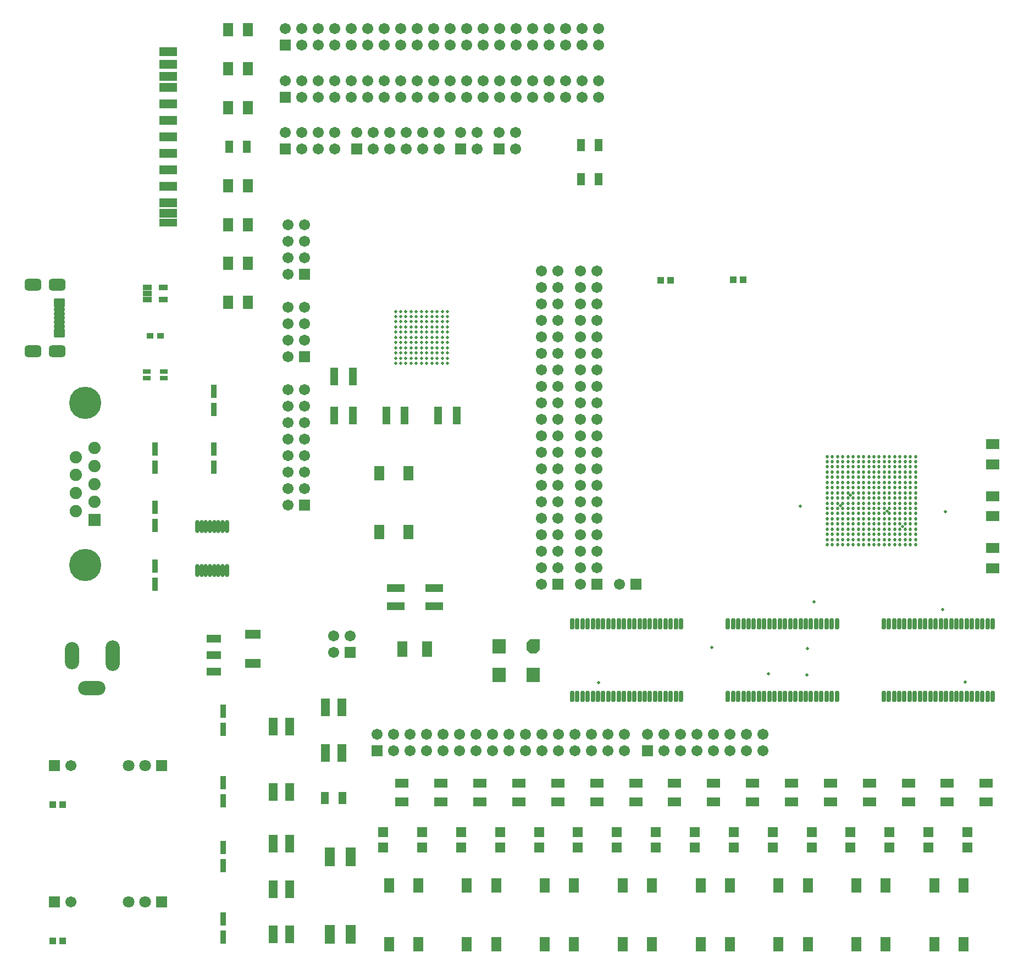
<source format=gts>
%FSLAX44Y44*%
%MOMM*%
G71*
G01*
G75*
G04 Layer_Color=8388736*
%ADD10C,0.3600*%
%ADD11R,1.9000X1.3500*%
%ADD12R,2.0000X1.0000*%
%ADD13R,2.2000X1.2000*%
%ADD14R,1.4000X2.1000*%
%ADD15O,0.5500X1.6000*%
%ADD16R,1.3000X2.2000*%
%ADD17R,1.1000X0.6000*%
%ADD18R,1.1176X0.6096*%
%ADD19R,0.8500X0.7000*%
G04:AMPARAMS|DCode=20|XSize=1.5mm|YSize=1.2mm|CornerRadius=0.12mm|HoleSize=0mm|Usage=FLASHONLY|Rotation=0.000|XOffset=0mm|YOffset=0mm|HoleType=Round|Shape=RoundedRectangle|*
%AMROUNDEDRECTD20*
21,1,1.5000,0.9600,0,0,0.0*
21,1,1.2600,1.2000,0,0,0.0*
1,1,0.2400,0.6300,-0.4800*
1,1,0.2400,-0.6300,-0.4800*
1,1,0.2400,-0.6300,0.4800*
1,1,0.2400,0.6300,0.4800*
%
%ADD20ROUNDEDRECTD20*%
G04:AMPARAMS|DCode=21|XSize=1.5mm|YSize=0.35mm|CornerRadius=0.035mm|HoleSize=0mm|Usage=FLASHONLY|Rotation=0.000|XOffset=0mm|YOffset=0mm|HoleType=Round|Shape=RoundedRectangle|*
%AMROUNDEDRECTD21*
21,1,1.5000,0.2800,0,0,0.0*
21,1,1.4300,0.3500,0,0,0.0*
1,1,0.0700,0.7150,-0.1400*
1,1,0.0700,-0.7150,-0.1400*
1,1,0.0700,-0.7150,0.1400*
1,1,0.0700,0.7150,0.1400*
%
%ADD21ROUNDEDRECTD21*%
%ADD22R,0.7000X1.8000*%
%ADD23R,1.3500X1.9000*%
%ADD24R,0.9500X1.7000*%
%ADD25C,0.3500*%
%ADD26R,0.9500X2.6000*%
%ADD27R,1.2000X2.6000*%
%ADD28R,0.8000X0.8000*%
%ADD29R,1.3500X2.8000*%
%ADD30R,1.8000X1.1500*%
%ADD31O,0.4500X1.8000*%
%ADD32R,1.8000X2.0000*%
G04:AMPARAMS|DCode=33|XSize=1.8mm|YSize=2mm|CornerRadius=0mm|HoleSize=0mm|Usage=FLASHONLY|Rotation=180.000|XOffset=0mm|YOffset=0mm|HoleType=Round|Shape=Octagon|*
%AMOCTAGOND33*
4,1,8,0.4500,-1.0000,-0.4500,-1.0000,-0.9000,-0.5500,-0.9000,0.5500,-0.4500,1.0000,0.4500,1.0000,0.9000,0.5500,0.9000,-0.5500,0.4500,-1.0000,0.0*
%
%ADD33OCTAGOND33*%

%ADD34R,1.0000X1.0000*%
%ADD35R,2.6000X0.9500*%
%ADD36R,1.3000X1.3000*%
%ADD37R,2.5000X1.2600*%
%ADD38R,2.5000X1.0000*%
%ADD39C,0.1000*%
%ADD40C,0.2540*%
%ADD41C,1.5000*%
%ADD42R,1.5000X1.5000*%
%ADD43R,1.5000X1.5000*%
%ADD44C,4.7600*%
%ADD45R,1.6900X1.6900*%
%ADD46C,1.6900*%
G04:AMPARAMS|DCode=47|XSize=2.4mm|YSize=1.6mm|CornerRadius=0.4mm|HoleSize=0mm|Usage=FLASHONLY|Rotation=0.000|XOffset=0mm|YOffset=0mm|HoleType=Round|Shape=RoundedRectangle|*
%AMROUNDEDRECTD47*
21,1,2.4000,0.8000,0,0,0.0*
21,1,1.6000,1.6000,0,0,0.0*
1,1,0.8000,0.8000,-0.4000*
1,1,0.8000,-0.8000,-0.4000*
1,1,0.8000,-0.8000,0.4000*
1,1,0.8000,0.8000,0.4000*
%
%ADD47ROUNDEDRECTD47*%
%ADD48R,1.6000X1.6000*%
%ADD49C,1.6000*%
%ADD50O,2.0000X4.5000*%
%ADD51O,2.0000X4.0000*%
%ADD52O,4.0000X2.0000*%
%ADD53C,1.5000*%
%ADD54C,0.4000*%
%ADD55C,0.6000*%
%ADD56C,1.0160*%
%ADD57C,1.4080*%
%ADD58C,3.7680*%
%ADD59C,1.5980*%
%ADD60C,2.0080*%
%ADD61C,1.5080*%
%ADD62C,1.5080*%
%ADD63C,0.7080*%
%ADD64C,0.2500*%
%ADD65C,0.6000*%
%ADD66C,0.2000*%
%ADD67C,0.0500*%
%ADD68C,0.1500*%
%ADD69R,1.5240X3.8100*%
%ADD70C,0.5200*%
%ADD71R,2.1040X1.5540*%
%ADD72R,2.2040X1.2040*%
%ADD73R,2.4040X1.4040*%
%ADD74R,1.6040X2.3040*%
%ADD75O,0.7540X1.8040*%
%ADD76R,1.5040X2.4040*%
%ADD77R,1.3040X0.8040*%
%ADD78R,1.3216X0.8136*%
%ADD79R,1.0540X0.9040*%
G04:AMPARAMS|DCode=80|XSize=1.704mm|YSize=1.404mm|CornerRadius=0.222mm|HoleSize=0mm|Usage=FLASHONLY|Rotation=0.000|XOffset=0mm|YOffset=0mm|HoleType=Round|Shape=RoundedRectangle|*
%AMROUNDEDRECTD80*
21,1,1.7040,0.9600,0,0,0.0*
21,1,1.2600,1.4040,0,0,0.0*
1,1,0.4440,0.6300,-0.4800*
1,1,0.4440,-0.6300,-0.4800*
1,1,0.4440,-0.6300,0.4800*
1,1,0.4440,0.6300,0.4800*
%
%ADD80ROUNDEDRECTD80*%
G04:AMPARAMS|DCode=81|XSize=1.704mm|YSize=0.554mm|CornerRadius=0.137mm|HoleSize=0mm|Usage=FLASHONLY|Rotation=0.000|XOffset=0mm|YOffset=0mm|HoleType=Round|Shape=RoundedRectangle|*
%AMROUNDEDRECTD81*
21,1,1.7040,0.2800,0,0,0.0*
21,1,1.4300,0.5540,0,0,0.0*
1,1,0.2740,0.7150,-0.1400*
1,1,0.2740,-0.7150,-0.1400*
1,1,0.2740,-0.7150,0.1400*
1,1,0.2740,0.7150,0.1400*
%
%ADD81ROUNDEDRECTD81*%
%ADD82R,0.9040X2.0040*%
%ADD83R,1.5540X2.1040*%
%ADD84R,1.1540X1.9040*%
%ADD85C,0.5100*%
%ADD86R,1.1540X2.8040*%
%ADD87R,1.4040X2.8040*%
%ADD88R,1.0040X1.0040*%
%ADD89R,1.5540X3.0040*%
%ADD90R,2.0040X1.3540*%
%ADD91O,0.6540X2.0040*%
%ADD92R,2.0040X2.2040*%
G04:AMPARAMS|DCode=93|XSize=2.004mm|YSize=2.204mm|CornerRadius=0mm|HoleSize=0mm|Usage=FLASHONLY|Rotation=180.000|XOffset=0mm|YOffset=0mm|HoleType=Round|Shape=Octagon|*
%AMOCTAGOND93*
4,1,8,0.5010,-1.1020,-0.5010,-1.1020,-1.0020,-0.6010,-1.0020,0.6010,-0.5010,1.1020,0.5010,1.1020,1.0020,0.6010,1.0020,-0.6010,0.5010,-1.1020,0.0*
%
%ADD93OCTAGOND93*%

%ADD94R,1.2040X1.2040*%
%ADD95R,2.8040X1.1540*%
%ADD96R,1.5040X1.5040*%
%ADD97R,2.7040X1.4640*%
%ADD98R,2.7040X1.2040*%
%ADD99C,1.7040*%
%ADD100R,1.7040X1.7040*%
%ADD101R,1.7040X1.7040*%
%ADD102C,4.9640*%
%ADD103R,1.8940X1.8940*%
%ADD104C,1.8940*%
G04:AMPARAMS|DCode=105|XSize=2.604mm|YSize=1.804mm|CornerRadius=0.502mm|HoleSize=0mm|Usage=FLASHONLY|Rotation=0.000|XOffset=0mm|YOffset=0mm|HoleType=Round|Shape=RoundedRectangle|*
%AMROUNDEDRECTD105*
21,1,2.6040,0.8000,0,0,0.0*
21,1,1.6000,1.8040,0,0,0.0*
1,1,1.0040,0.8000,-0.4000*
1,1,1.0040,-0.8000,-0.4000*
1,1,1.0040,-0.8000,0.4000*
1,1,1.0040,0.8000,0.4000*
%
%ADD105ROUNDEDRECTD105*%
%ADD106R,1.8040X1.8040*%
%ADD107C,1.8040*%
%ADD108O,2.2040X4.7040*%
%ADD109O,2.2040X4.2040*%
%ADD110O,4.2040X2.2040*%
%ADD111C,1.7040*%
%ADD112C,0.5000*%
D69*
X581880Y1939998D02*
D03*
D70*
X1901000Y1590500D02*
D03*
X1893000D02*
D03*
X1885000D02*
D03*
X1877000D02*
D03*
X1869000D02*
D03*
X1861000D02*
D03*
X1853000D02*
D03*
X1845000D02*
D03*
X1837000D02*
D03*
X1829000D02*
D03*
X1821000D02*
D03*
X1813000D02*
D03*
X1805000D02*
D03*
X1797000D02*
D03*
X1789000D02*
D03*
X1781000D02*
D03*
X1773000D02*
D03*
X1765000D02*
D03*
X1901000Y1598500D02*
D03*
X1893000D02*
D03*
X1885000D02*
D03*
X1877000D02*
D03*
X1869000D02*
D03*
X1861000D02*
D03*
X1853000D02*
D03*
X1845000D02*
D03*
X1837000D02*
D03*
X1829000D02*
D03*
X1821000D02*
D03*
X1813000D02*
D03*
X1805000D02*
D03*
X1797000D02*
D03*
X1789000D02*
D03*
X1781000D02*
D03*
X1773000D02*
D03*
X1765000D02*
D03*
X1901000Y1606500D02*
D03*
X1893000D02*
D03*
X1885000D02*
D03*
X1877000D02*
D03*
X1869000D02*
D03*
X1861000D02*
D03*
X1853000D02*
D03*
X1845000D02*
D03*
X1837000D02*
D03*
X1829000D02*
D03*
X1821000D02*
D03*
X1813000D02*
D03*
X1805000D02*
D03*
X1797000D02*
D03*
X1789000D02*
D03*
X1781000D02*
D03*
X1773000D02*
D03*
X1765000D02*
D03*
X1901000Y1614500D02*
D03*
X1893000D02*
D03*
X1885000D02*
D03*
X1877000D02*
D03*
X1869000D02*
D03*
X1861000D02*
D03*
X1853000D02*
D03*
X1845000D02*
D03*
X1837000D02*
D03*
X1829000D02*
D03*
X1821000D02*
D03*
X1813000D02*
D03*
X1805000D02*
D03*
X1797000D02*
D03*
X1789000D02*
D03*
X1781000D02*
D03*
X1773000D02*
D03*
X1765000D02*
D03*
X1901000Y1622500D02*
D03*
X1893000D02*
D03*
X1885000D02*
D03*
X1877000D02*
D03*
X1869000D02*
D03*
X1861000D02*
D03*
X1853000D02*
D03*
X1845000D02*
D03*
X1837000D02*
D03*
X1829000D02*
D03*
X1821000D02*
D03*
X1813000D02*
D03*
X1805000D02*
D03*
X1797000D02*
D03*
X1789000D02*
D03*
X1781000D02*
D03*
X1773000D02*
D03*
X1765000D02*
D03*
X1901000Y1630500D02*
D03*
X1893000D02*
D03*
X1885000D02*
D03*
X1877000D02*
D03*
X1869000D02*
D03*
X1861000D02*
D03*
X1853000D02*
D03*
X1845000D02*
D03*
X1837000D02*
D03*
X1829000D02*
D03*
X1821000D02*
D03*
X1813000D02*
D03*
X1805000D02*
D03*
X1797000D02*
D03*
X1789000D02*
D03*
X1781000D02*
D03*
X1773000D02*
D03*
X1765000D02*
D03*
X1901000Y1638500D02*
D03*
X1893000D02*
D03*
X1885000D02*
D03*
X1877000D02*
D03*
X1869000D02*
D03*
X1861000D02*
D03*
X1853000D02*
D03*
X1845000D02*
D03*
X1837000D02*
D03*
X1829000D02*
D03*
X1821000D02*
D03*
X1813000D02*
D03*
X1805000D02*
D03*
X1797000D02*
D03*
X1789000D02*
D03*
X1781000D02*
D03*
X1773000D02*
D03*
X1765000D02*
D03*
X1901000Y1646500D02*
D03*
X1893000D02*
D03*
X1885000D02*
D03*
X1877000D02*
D03*
X1869000D02*
D03*
X1861000D02*
D03*
X1853000D02*
D03*
X1845000D02*
D03*
X1837000D02*
D03*
X1829000D02*
D03*
X1821000D02*
D03*
X1813000D02*
D03*
X1805000D02*
D03*
X1797000D02*
D03*
X1789000D02*
D03*
X1781000D02*
D03*
X1773000D02*
D03*
X1765000D02*
D03*
X1901000Y1654500D02*
D03*
X1893000D02*
D03*
X1885000D02*
D03*
X1877000D02*
D03*
X1869000D02*
D03*
X1861000D02*
D03*
X1853000D02*
D03*
X1845000D02*
D03*
X1837000D02*
D03*
X1829000D02*
D03*
X1821000D02*
D03*
X1813000D02*
D03*
X1805000D02*
D03*
X1797000D02*
D03*
X1789000D02*
D03*
X1781000D02*
D03*
X1773000D02*
D03*
X1765000D02*
D03*
X1901000Y1662500D02*
D03*
X1893000D02*
D03*
X1885000D02*
D03*
X1877000D02*
D03*
X1869000D02*
D03*
X1861000D02*
D03*
X1853000D02*
D03*
X1845000D02*
D03*
X1837000D02*
D03*
X1829000D02*
D03*
X1821000D02*
D03*
X1813000D02*
D03*
X1805000D02*
D03*
X1797000D02*
D03*
X1789000D02*
D03*
X1781000D02*
D03*
X1773000D02*
D03*
X1765000D02*
D03*
X1901000Y1670500D02*
D03*
X1893000D02*
D03*
X1885000D02*
D03*
X1877000D02*
D03*
X1869000D02*
D03*
X1861000D02*
D03*
X1853000D02*
D03*
X1845000D02*
D03*
X1837000D02*
D03*
X1829000D02*
D03*
X1821000D02*
D03*
X1813000D02*
D03*
X1805000D02*
D03*
X1797000D02*
D03*
X1789000D02*
D03*
X1781000D02*
D03*
X1773000D02*
D03*
X1765000D02*
D03*
X1901000Y1678500D02*
D03*
X1893000D02*
D03*
X1885000D02*
D03*
X1877000D02*
D03*
X1869000D02*
D03*
X1861000D02*
D03*
X1853000D02*
D03*
X1845000D02*
D03*
X1837000D02*
D03*
X1829000D02*
D03*
X1821000D02*
D03*
X1813000D02*
D03*
X1805000D02*
D03*
X1797000D02*
D03*
X1789000D02*
D03*
X1781000D02*
D03*
X1773000D02*
D03*
X1765000D02*
D03*
X1901000Y1686500D02*
D03*
X1893000D02*
D03*
X1885000D02*
D03*
X1877000D02*
D03*
X1869000D02*
D03*
X1861000D02*
D03*
X1853000D02*
D03*
X1845000D02*
D03*
X1837000D02*
D03*
X1829000D02*
D03*
X1821000D02*
D03*
X1813000D02*
D03*
X1805000D02*
D03*
X1797000D02*
D03*
X1789000D02*
D03*
X1781000D02*
D03*
X1773000D02*
D03*
X1765000D02*
D03*
X1901000Y1694500D02*
D03*
X1893000D02*
D03*
X1885000D02*
D03*
X1877000D02*
D03*
X1869000D02*
D03*
X1861000D02*
D03*
X1853000D02*
D03*
X1845000D02*
D03*
X1837000D02*
D03*
X1829000D02*
D03*
X1821000D02*
D03*
X1813000D02*
D03*
X1805000D02*
D03*
X1797000D02*
D03*
X1789000D02*
D03*
X1781000D02*
D03*
X1773000D02*
D03*
X1765000D02*
D03*
X1901000Y1702500D02*
D03*
X1893000D02*
D03*
X1885000D02*
D03*
X1877000D02*
D03*
X1869000D02*
D03*
X1861000D02*
D03*
X1853000D02*
D03*
X1845000D02*
D03*
X1837000D02*
D03*
X1829000D02*
D03*
X1821000D02*
D03*
X1813000D02*
D03*
X1805000D02*
D03*
X1797000D02*
D03*
X1789000D02*
D03*
X1781000D02*
D03*
X1773000D02*
D03*
X1765000D02*
D03*
X1901000Y1710500D02*
D03*
X1893000D02*
D03*
X1885000D02*
D03*
X1877000D02*
D03*
X1869000D02*
D03*
X1861000D02*
D03*
X1853000D02*
D03*
X1845000D02*
D03*
X1837000D02*
D03*
X1829000D02*
D03*
X1821000D02*
D03*
X1813000D02*
D03*
X1805000D02*
D03*
X1797000D02*
D03*
X1789000D02*
D03*
X1781000D02*
D03*
X1773000D02*
D03*
X1765000D02*
D03*
X1901000Y1718500D02*
D03*
X1893000D02*
D03*
X1885000D02*
D03*
X1877000D02*
D03*
X1869000D02*
D03*
X1861000D02*
D03*
X1853000D02*
D03*
X1845000D02*
D03*
X1837000D02*
D03*
X1829000D02*
D03*
X1821000D02*
D03*
X1813000D02*
D03*
X1805000D02*
D03*
X1797000D02*
D03*
X1789000D02*
D03*
X1781000D02*
D03*
X1773000D02*
D03*
X1765000D02*
D03*
X1901000Y1726500D02*
D03*
X1893000D02*
D03*
X1885000D02*
D03*
X1877000D02*
D03*
X1869000D02*
D03*
X1861000D02*
D03*
X1853000D02*
D03*
X1845000D02*
D03*
X1837000D02*
D03*
X1829000D02*
D03*
X1821000D02*
D03*
X1813000D02*
D03*
X1805000D02*
D03*
X1797000D02*
D03*
X1789000D02*
D03*
X1781000D02*
D03*
X1773000D02*
D03*
X1765000D02*
D03*
D71*
X2020000Y1554500D02*
D03*
Y1585500D02*
D03*
Y1634500D02*
D03*
Y1665500D02*
D03*
Y1745500D02*
D03*
Y1714500D02*
D03*
D72*
X820000Y1420150D02*
D03*
Y1394750D02*
D03*
Y1445550D02*
D03*
D73*
X880000Y1452550D02*
D03*
Y1407500D02*
D03*
D74*
X1075000Y1701000D02*
D03*
Y1610000D02*
D03*
X1120000D02*
D03*
Y1701000D02*
D03*
X1135000Y975000D02*
D03*
Y1066000D02*
D03*
X1090000D02*
D03*
Y975000D02*
D03*
X1255000D02*
D03*
Y1066000D02*
D03*
X1210000D02*
D03*
Y975000D02*
D03*
X1375000D02*
D03*
Y1066000D02*
D03*
X1330000D02*
D03*
Y975000D02*
D03*
X1495000D02*
D03*
Y1066000D02*
D03*
X1450000D02*
D03*
Y975000D02*
D03*
X1615000D02*
D03*
Y1066000D02*
D03*
X1570000D02*
D03*
Y975000D02*
D03*
X1735000D02*
D03*
Y1066000D02*
D03*
X1690000D02*
D03*
Y975000D02*
D03*
X1855000D02*
D03*
Y1066000D02*
D03*
X1810000D02*
D03*
Y975000D02*
D03*
X1975000D02*
D03*
Y1066000D02*
D03*
X1930000D02*
D03*
Y975000D02*
D03*
D75*
X2020000Y1469000D02*
D03*
X2012000D02*
D03*
X2004000D02*
D03*
X1996000D02*
D03*
X1988000D02*
D03*
X1980000D02*
D03*
X1972000D02*
D03*
X1964000D02*
D03*
X1956000D02*
D03*
X1948000D02*
D03*
X1940000D02*
D03*
X1932000D02*
D03*
X1924000D02*
D03*
X1916000D02*
D03*
X1908000D02*
D03*
X1900000D02*
D03*
X1892000D02*
D03*
X1884000D02*
D03*
X1876000D02*
D03*
X1868000D02*
D03*
X1860000D02*
D03*
X1852000D02*
D03*
X2020000Y1357000D02*
D03*
X2012000D02*
D03*
X2004000D02*
D03*
X1996000D02*
D03*
X1988000D02*
D03*
X1980000D02*
D03*
X1972000D02*
D03*
X1964000D02*
D03*
X1956000D02*
D03*
X1948000D02*
D03*
X1940000D02*
D03*
X1932000D02*
D03*
X1924000D02*
D03*
X1916000D02*
D03*
X1908000D02*
D03*
X1900000D02*
D03*
X1892000D02*
D03*
X1884000D02*
D03*
X1876000D02*
D03*
X1868000D02*
D03*
X1860000D02*
D03*
X1852000D02*
D03*
X1780000Y1469000D02*
D03*
X1772000D02*
D03*
X1764000D02*
D03*
X1756000D02*
D03*
X1748000D02*
D03*
X1740000D02*
D03*
X1732000D02*
D03*
X1724000D02*
D03*
X1716000D02*
D03*
X1708000D02*
D03*
X1700000D02*
D03*
X1692000D02*
D03*
X1684000D02*
D03*
X1676000D02*
D03*
X1668000D02*
D03*
X1660000D02*
D03*
X1652000D02*
D03*
X1644000D02*
D03*
X1636000D02*
D03*
X1628000D02*
D03*
X1620000D02*
D03*
X1612000D02*
D03*
X1780000Y1357000D02*
D03*
X1772000D02*
D03*
X1764000D02*
D03*
X1756000D02*
D03*
X1748000D02*
D03*
X1740000D02*
D03*
X1732000D02*
D03*
X1724000D02*
D03*
X1716000D02*
D03*
X1708000D02*
D03*
X1700000D02*
D03*
X1692000D02*
D03*
X1684000D02*
D03*
X1676000D02*
D03*
X1668000D02*
D03*
X1660000D02*
D03*
X1652000D02*
D03*
X1644000D02*
D03*
X1636000D02*
D03*
X1628000D02*
D03*
X1620000D02*
D03*
X1612000D02*
D03*
X1540000Y1469000D02*
D03*
X1532000D02*
D03*
X1524000D02*
D03*
X1516000D02*
D03*
X1508000D02*
D03*
X1500000D02*
D03*
X1492000D02*
D03*
X1484000D02*
D03*
X1476000D02*
D03*
X1468000D02*
D03*
X1460000D02*
D03*
X1452000D02*
D03*
X1444000D02*
D03*
X1436000D02*
D03*
X1428000D02*
D03*
X1420000D02*
D03*
X1412000D02*
D03*
X1404000D02*
D03*
X1396000D02*
D03*
X1388000D02*
D03*
X1380000D02*
D03*
X1372000D02*
D03*
X1540000Y1357000D02*
D03*
X1532000D02*
D03*
X1524000D02*
D03*
X1516000D02*
D03*
X1508000D02*
D03*
X1500000D02*
D03*
X1492000D02*
D03*
X1484000D02*
D03*
X1476000D02*
D03*
X1468000D02*
D03*
X1460000D02*
D03*
X1452000D02*
D03*
X1444000D02*
D03*
X1436000D02*
D03*
X1428000D02*
D03*
X1420000D02*
D03*
X1412000D02*
D03*
X1404000D02*
D03*
X1396000D02*
D03*
X1388000D02*
D03*
X1380000D02*
D03*
X1372000D02*
D03*
D76*
X1111000Y1430000D02*
D03*
X1149000D02*
D03*
D77*
X743500Y1847500D02*
D03*
Y1857500D02*
D03*
X716500Y1847500D02*
D03*
Y1857500D02*
D03*
D78*
X717500Y1987000D02*
D03*
Y1968000D02*
D03*
Y1977500D02*
D03*
X742500Y1968000D02*
D03*
Y1987000D02*
D03*
D79*
X737750Y1912500D02*
D03*
X722250D02*
D03*
D80*
X582001Y1963500D02*
D03*
Y1916500D02*
D03*
D81*
Y1953000D02*
D03*
Y1946500D02*
D03*
Y1940000D02*
D03*
Y1933500D02*
D03*
Y1927000D02*
D03*
D82*
X729750Y1530000D02*
D03*
Y1558000D02*
D03*
X820000Y1710000D02*
D03*
Y1738000D02*
D03*
X729750Y1620000D02*
D03*
Y1648000D02*
D03*
Y1710000D02*
D03*
Y1738000D02*
D03*
X820000Y1798500D02*
D03*
Y1826500D02*
D03*
X834600Y1196000D02*
D03*
Y1224000D02*
D03*
Y1306000D02*
D03*
Y1334000D02*
D03*
Y986000D02*
D03*
Y1014000D02*
D03*
Y1096000D02*
D03*
Y1124000D02*
D03*
D83*
X872800Y2143810D02*
D03*
X841800D02*
D03*
X872800Y2083810D02*
D03*
X841800D02*
D03*
X872800Y2023810D02*
D03*
X841800D02*
D03*
X872800Y1963810D02*
D03*
X841800D02*
D03*
X872800Y2383810D02*
D03*
X841800D02*
D03*
X872800Y2323810D02*
D03*
X841800D02*
D03*
X872800Y2263810D02*
D03*
X841800D02*
D03*
D84*
X843800Y2203810D02*
D03*
X870800D02*
D03*
X991100Y1200000D02*
D03*
X1018100D02*
D03*
X1385500Y2154000D02*
D03*
X1412500D02*
D03*
Y2206000D02*
D03*
X1385500D02*
D03*
D85*
X1100000Y1950000D02*
D03*
X1108000D02*
D03*
X1116000D02*
D03*
X1124000D02*
D03*
X1132000D02*
D03*
X1140000D02*
D03*
X1148000D02*
D03*
X1156000D02*
D03*
X1164000D02*
D03*
X1172000D02*
D03*
X1180000D02*
D03*
X1100000Y1942000D02*
D03*
X1108000D02*
D03*
X1116000D02*
D03*
X1124000D02*
D03*
X1132000D02*
D03*
X1140000D02*
D03*
X1148000D02*
D03*
X1156000D02*
D03*
X1164000D02*
D03*
X1172000D02*
D03*
X1180000D02*
D03*
X1100000Y1934000D02*
D03*
X1108000D02*
D03*
X1116000D02*
D03*
X1124000D02*
D03*
X1132000D02*
D03*
X1140000D02*
D03*
X1148000D02*
D03*
X1156000D02*
D03*
X1164000D02*
D03*
X1172000D02*
D03*
X1180000D02*
D03*
X1100000Y1926000D02*
D03*
X1108000D02*
D03*
X1116000D02*
D03*
X1124000D02*
D03*
X1132000D02*
D03*
X1140000D02*
D03*
X1148000D02*
D03*
X1156000D02*
D03*
X1164000D02*
D03*
X1172000D02*
D03*
X1180000D02*
D03*
X1100000Y1918000D02*
D03*
X1108000D02*
D03*
X1116000D02*
D03*
X1124000D02*
D03*
X1132000D02*
D03*
X1140000D02*
D03*
X1148000D02*
D03*
X1156000D02*
D03*
X1164000D02*
D03*
X1172000D02*
D03*
X1180000D02*
D03*
X1100000Y1910000D02*
D03*
X1108000D02*
D03*
X1116000D02*
D03*
X1124000D02*
D03*
X1132000D02*
D03*
X1140000D02*
D03*
X1148000D02*
D03*
X1156000D02*
D03*
X1164000D02*
D03*
X1172000D02*
D03*
X1180000D02*
D03*
X1100000Y1902000D02*
D03*
X1108000D02*
D03*
X1116000D02*
D03*
X1124000D02*
D03*
X1132000D02*
D03*
X1140000D02*
D03*
X1148000D02*
D03*
X1156000D02*
D03*
X1164000D02*
D03*
X1172000D02*
D03*
X1180000D02*
D03*
X1100000Y1894000D02*
D03*
X1108000D02*
D03*
X1116000D02*
D03*
X1124000D02*
D03*
X1132000D02*
D03*
X1140000D02*
D03*
X1148000D02*
D03*
X1156000D02*
D03*
X1164000D02*
D03*
X1172000D02*
D03*
X1180000D02*
D03*
X1100000Y1886000D02*
D03*
X1108000D02*
D03*
X1116000D02*
D03*
X1124000D02*
D03*
X1132000D02*
D03*
X1140000D02*
D03*
X1148000D02*
D03*
X1156000D02*
D03*
X1164000D02*
D03*
X1172000D02*
D03*
X1180000D02*
D03*
X1100000Y1878000D02*
D03*
X1108000D02*
D03*
X1116000D02*
D03*
X1124000D02*
D03*
X1132000D02*
D03*
X1140000D02*
D03*
X1148000D02*
D03*
X1156000D02*
D03*
X1164000D02*
D03*
X1172000D02*
D03*
X1180000D02*
D03*
X1100000Y1870000D02*
D03*
X1108000D02*
D03*
X1116000D02*
D03*
X1124000D02*
D03*
X1132000D02*
D03*
X1140000D02*
D03*
X1148000D02*
D03*
X1156000D02*
D03*
X1164000D02*
D03*
X1172000D02*
D03*
X1180000D02*
D03*
D86*
X1166000Y1790000D02*
D03*
X1194000D02*
D03*
X1086000D02*
D03*
X1114000D02*
D03*
X1006000D02*
D03*
X1034000D02*
D03*
X1006000Y1850000D02*
D03*
X1034000D02*
D03*
D87*
X991850Y1270000D02*
D03*
X1017350D02*
D03*
X911850Y1210000D02*
D03*
X937350D02*
D03*
X991850Y1340000D02*
D03*
X1017350D02*
D03*
X911850Y1310000D02*
D03*
X937350D02*
D03*
X911850Y1130000D02*
D03*
X937350D02*
D03*
X911850Y1060000D02*
D03*
X937350D02*
D03*
X911850Y990000D02*
D03*
X937350D02*
D03*
D88*
X587500Y1190000D02*
D03*
X572500D02*
D03*
X587500Y980000D02*
D03*
X572500D02*
D03*
X1620500Y1999000D02*
D03*
X1635500D02*
D03*
X1508500Y1998000D02*
D03*
X1523500D02*
D03*
D89*
X1030600Y1110000D02*
D03*
X998600D02*
D03*
X1030600Y990000D02*
D03*
X998600D02*
D03*
D90*
X1110000Y1223500D02*
D03*
Y1194500D02*
D03*
X1170000Y1223500D02*
D03*
Y1194500D02*
D03*
X1230000Y1223500D02*
D03*
Y1194500D02*
D03*
X1290000Y1223500D02*
D03*
Y1194500D02*
D03*
X1350000Y1223500D02*
D03*
Y1194500D02*
D03*
X1410000Y1223500D02*
D03*
Y1194500D02*
D03*
X1470000Y1223500D02*
D03*
Y1194500D02*
D03*
X1530000Y1223500D02*
D03*
Y1194500D02*
D03*
X1590000Y1223500D02*
D03*
Y1194500D02*
D03*
X1650000Y1223500D02*
D03*
Y1194500D02*
D03*
X1710000Y1223500D02*
D03*
Y1194500D02*
D03*
X1770000Y1223500D02*
D03*
Y1194500D02*
D03*
X1830000Y1223500D02*
D03*
Y1194500D02*
D03*
X1890000Y1223500D02*
D03*
Y1194500D02*
D03*
X1950000Y1223500D02*
D03*
Y1194500D02*
D03*
X2010000Y1223500D02*
D03*
Y1194500D02*
D03*
D91*
X794750Y1551000D02*
D03*
X801250D02*
D03*
X807750D02*
D03*
X814250D02*
D03*
X820750D02*
D03*
X827250D02*
D03*
X833750D02*
D03*
X840250D02*
D03*
X794750Y1619000D02*
D03*
X801250D02*
D03*
X807750D02*
D03*
X814250D02*
D03*
X820750D02*
D03*
X827250D02*
D03*
X833750D02*
D03*
X840250D02*
D03*
D92*
X1260000Y1434000D02*
D03*
X1312000Y1390000D02*
D03*
X1260000D02*
D03*
D93*
X1312000Y1434000D02*
D03*
D94*
X1316000Y1439000D02*
D03*
D95*
X1100000Y1524000D02*
D03*
Y1496000D02*
D03*
X1160000D02*
D03*
Y1524000D02*
D03*
D96*
X1081000Y1148000D02*
D03*
Y1124000D02*
D03*
X1141000Y1148000D02*
D03*
Y1124000D02*
D03*
X1201000Y1148000D02*
D03*
Y1124000D02*
D03*
X1261000Y1148000D02*
D03*
Y1124000D02*
D03*
X1321000Y1148000D02*
D03*
Y1124000D02*
D03*
X1381000Y1148000D02*
D03*
Y1124000D02*
D03*
X1441000Y1148000D02*
D03*
Y1124000D02*
D03*
X1501000Y1148000D02*
D03*
Y1124000D02*
D03*
X1561000Y1148000D02*
D03*
Y1124000D02*
D03*
X1621000Y1148000D02*
D03*
Y1124000D02*
D03*
X1681000Y1148000D02*
D03*
Y1124000D02*
D03*
X1741000Y1148000D02*
D03*
Y1124000D02*
D03*
X1801000Y1148000D02*
D03*
Y1124000D02*
D03*
X1861000Y1148000D02*
D03*
Y1124000D02*
D03*
X1921000Y1148000D02*
D03*
Y1124000D02*
D03*
X1981000Y1148000D02*
D03*
Y1124000D02*
D03*
D97*
X750000Y2350000D02*
D03*
Y2330950D02*
D03*
Y2311900D02*
D03*
Y2295390D02*
D03*
Y2269990D02*
D03*
Y2244590D02*
D03*
Y2101080D02*
D03*
Y2117590D02*
D03*
Y2142990D02*
D03*
Y2219190D02*
D03*
Y2193790D02*
D03*
Y2168390D02*
D03*
D98*
Y2087110D02*
D03*
D99*
X1384600Y2012600D02*
D03*
X1410000D02*
D03*
X1384600Y1987200D02*
D03*
X1410000D02*
D03*
X1384600Y1961800D02*
D03*
X1410000D02*
D03*
X1384600Y1936400D02*
D03*
X1410000D02*
D03*
X1384600Y1911000D02*
D03*
X1410000D02*
D03*
X1384600Y1885600D02*
D03*
X1410000D02*
D03*
X1384600Y1860200D02*
D03*
X1410000D02*
D03*
X1384600Y1834800D02*
D03*
X1410000D02*
D03*
X1384600Y1809400D02*
D03*
X1410000D02*
D03*
X1384600Y1784000D02*
D03*
X1410000D02*
D03*
X1384600Y1758600D02*
D03*
X1410000D02*
D03*
X1384600Y1733200D02*
D03*
X1410000D02*
D03*
X1384600Y1707800D02*
D03*
X1410000D02*
D03*
X1384600Y1682400D02*
D03*
X1410000D02*
D03*
X1384600Y1657000D02*
D03*
X1410000D02*
D03*
X1384600Y1631600D02*
D03*
X1410000D02*
D03*
X1384600Y1606200D02*
D03*
X1410000D02*
D03*
X1384600Y1580800D02*
D03*
X1410000D02*
D03*
X1384600Y1555400D02*
D03*
X1410000D02*
D03*
X1384600Y1530000D02*
D03*
X1004600Y1450400D02*
D03*
X1030000D02*
D03*
X1004600Y1425000D02*
D03*
X1453000Y1298400D02*
D03*
Y1273000D02*
D03*
X1427600Y1298400D02*
D03*
Y1273000D02*
D03*
X1402200Y1298400D02*
D03*
Y1273000D02*
D03*
X1376800Y1298400D02*
D03*
Y1273000D02*
D03*
X1351400Y1298400D02*
D03*
Y1273000D02*
D03*
X1326000Y1298400D02*
D03*
Y1273000D02*
D03*
X1300600Y1298400D02*
D03*
Y1273000D02*
D03*
X1275200Y1298400D02*
D03*
Y1273000D02*
D03*
X1249800Y1298400D02*
D03*
Y1273000D02*
D03*
X1224400Y1298400D02*
D03*
Y1273000D02*
D03*
X1199000Y1298400D02*
D03*
Y1273000D02*
D03*
X1173600Y1298400D02*
D03*
Y1273000D02*
D03*
X1148200Y1298400D02*
D03*
Y1273000D02*
D03*
X1122800Y1298400D02*
D03*
Y1273000D02*
D03*
X1097400Y1298400D02*
D03*
Y1273000D02*
D03*
X1072000Y1298400D02*
D03*
X1488000D02*
D03*
X1513400Y1273000D02*
D03*
Y1298400D02*
D03*
X1538800Y1273000D02*
D03*
Y1298400D02*
D03*
X1564200Y1273000D02*
D03*
Y1298400D02*
D03*
X1589600Y1273000D02*
D03*
Y1298400D02*
D03*
X1615000Y1273000D02*
D03*
Y1298400D02*
D03*
X1640400Y1273000D02*
D03*
Y1298400D02*
D03*
X1665800Y1273000D02*
D03*
Y1298400D02*
D03*
X1324600Y2012600D02*
D03*
X1350000D02*
D03*
X1324600Y1987200D02*
D03*
X1350000D02*
D03*
X1324600Y1961800D02*
D03*
X1350000D02*
D03*
X1324600Y1936400D02*
D03*
X1350000D02*
D03*
X1324600Y1911000D02*
D03*
X1350000D02*
D03*
X1324600Y1885600D02*
D03*
X1350000D02*
D03*
X1324600Y1860200D02*
D03*
X1350000D02*
D03*
X1324600Y1834800D02*
D03*
X1350000D02*
D03*
X1324600Y1809400D02*
D03*
X1350000D02*
D03*
X1324600Y1784000D02*
D03*
X1350000D02*
D03*
X1324600Y1758600D02*
D03*
X1350000D02*
D03*
X1324600Y1733200D02*
D03*
X1350000D02*
D03*
X1324600Y1707800D02*
D03*
X1350000D02*
D03*
X1324600Y1682400D02*
D03*
X1350000D02*
D03*
X1324600Y1657000D02*
D03*
X1350000D02*
D03*
X1324600Y1631600D02*
D03*
X1350000D02*
D03*
X1324600Y1606200D02*
D03*
X1350000D02*
D03*
X1324600Y1580800D02*
D03*
X1350000D02*
D03*
X1324600Y1555400D02*
D03*
X1350000D02*
D03*
X1324600Y1530000D02*
D03*
X1412600Y2385400D02*
D03*
Y2360000D02*
D03*
X1387200Y2385400D02*
D03*
Y2360000D02*
D03*
X1361800Y2385400D02*
D03*
Y2360000D02*
D03*
X1336400Y2385400D02*
D03*
Y2360000D02*
D03*
X1311000Y2385400D02*
D03*
Y2360000D02*
D03*
X1285600Y2385400D02*
D03*
Y2360000D02*
D03*
X1260200Y2385400D02*
D03*
Y2360000D02*
D03*
X1234800Y2385400D02*
D03*
Y2360000D02*
D03*
X1209400Y2385400D02*
D03*
Y2360000D02*
D03*
X1184000Y2385400D02*
D03*
Y2360000D02*
D03*
X1158600Y2385400D02*
D03*
Y2360000D02*
D03*
X1133200Y2385400D02*
D03*
Y2360000D02*
D03*
X1107800Y2385400D02*
D03*
Y2360000D02*
D03*
X1082400Y2385400D02*
D03*
Y2360000D02*
D03*
X1057000Y2385400D02*
D03*
Y2360000D02*
D03*
X1031600Y2385400D02*
D03*
Y2360000D02*
D03*
X1006200Y2385400D02*
D03*
Y2360000D02*
D03*
X980800Y2385400D02*
D03*
Y2360000D02*
D03*
X955400Y2385400D02*
D03*
Y2360000D02*
D03*
X930000Y2385400D02*
D03*
X1412600Y2305400D02*
D03*
Y2280000D02*
D03*
X1387200Y2305400D02*
D03*
Y2280000D02*
D03*
X1361800Y2305400D02*
D03*
Y2280000D02*
D03*
X1336400Y2305400D02*
D03*
Y2280000D02*
D03*
X1311000Y2305400D02*
D03*
Y2280000D02*
D03*
X1285600Y2305400D02*
D03*
Y2280000D02*
D03*
X1260200Y2305400D02*
D03*
Y2280000D02*
D03*
X1234800Y2305400D02*
D03*
Y2280000D02*
D03*
X1209400Y2305400D02*
D03*
Y2280000D02*
D03*
X1184000Y2305400D02*
D03*
Y2280000D02*
D03*
X1158600Y2305400D02*
D03*
Y2280000D02*
D03*
X1133200Y2305400D02*
D03*
Y2280000D02*
D03*
X1107800Y2305400D02*
D03*
Y2280000D02*
D03*
X1082400Y2305400D02*
D03*
Y2280000D02*
D03*
X1057000Y2305400D02*
D03*
Y2280000D02*
D03*
X1031600Y2305400D02*
D03*
Y2280000D02*
D03*
X1006200Y2305400D02*
D03*
Y2280000D02*
D03*
X980800Y2305400D02*
D03*
Y2280000D02*
D03*
X955400Y2305400D02*
D03*
Y2280000D02*
D03*
X930000Y2305400D02*
D03*
X1006200Y2225400D02*
D03*
Y2200000D02*
D03*
X980800Y2225400D02*
D03*
Y2200000D02*
D03*
X955400Y2225400D02*
D03*
Y2200000D02*
D03*
X930000Y2225400D02*
D03*
X1167000D02*
D03*
Y2200000D02*
D03*
X1141600Y2225400D02*
D03*
Y2200000D02*
D03*
X1116200Y2225400D02*
D03*
Y2200000D02*
D03*
X1090800Y2225400D02*
D03*
Y2200000D02*
D03*
X1065400Y2225400D02*
D03*
Y2200000D02*
D03*
X1040000Y2225400D02*
D03*
X1225400D02*
D03*
Y2200000D02*
D03*
X1200000Y2225400D02*
D03*
X1285400D02*
D03*
Y2200000D02*
D03*
X1260000Y2225400D02*
D03*
X934600Y1652000D02*
D03*
X960000Y1677400D02*
D03*
X934600D02*
D03*
X960000Y1702800D02*
D03*
X934600D02*
D03*
X960000Y1728200D02*
D03*
X934600D02*
D03*
X960000Y1753600D02*
D03*
X934600D02*
D03*
X960000Y1779000D02*
D03*
X934600D02*
D03*
X960000Y1804400D02*
D03*
X934600D02*
D03*
X960000Y1829800D02*
D03*
X934600D02*
D03*
Y2083200D02*
D03*
X960000D02*
D03*
X934600Y2057800D02*
D03*
X960000D02*
D03*
X934600Y2032400D02*
D03*
X960000D02*
D03*
X934600Y2007000D02*
D03*
Y1956200D02*
D03*
X960000D02*
D03*
X934600Y1930800D02*
D03*
X960000D02*
D03*
X934600Y1905400D02*
D03*
X960000D02*
D03*
X934600Y1880000D02*
D03*
X1444600Y1530000D02*
D03*
X600000Y1250000D02*
D03*
Y1040000D02*
D03*
X602000Y1410000D02*
D03*
Y1430000D02*
D03*
X642000Y1370000D02*
D03*
X622000D02*
D03*
D100*
X1410000Y1530000D02*
D03*
X1030000Y1425000D02*
D03*
X1350000Y1530000D02*
D03*
X960000Y1652000D02*
D03*
Y2007000D02*
D03*
Y1880000D02*
D03*
D101*
X1072000Y1273000D02*
D03*
X1488000D02*
D03*
X930000Y2360000D02*
D03*
Y2280000D02*
D03*
Y2200000D02*
D03*
X1040000D02*
D03*
X1200000D02*
D03*
X1260000D02*
D03*
X1470000Y1530000D02*
D03*
X574600Y1250000D02*
D03*
Y1040000D02*
D03*
D102*
X622000Y1808950D02*
D03*
Y1559050D02*
D03*
D103*
X636200Y1628600D02*
D03*
D104*
X607800Y1642450D02*
D03*
X636200Y1656300D02*
D03*
X607800Y1670150D02*
D03*
X636200Y1684000D02*
D03*
X607800Y1697850D02*
D03*
X636200Y1711700D02*
D03*
X607800Y1725550D02*
D03*
X636200Y1739400D02*
D03*
D105*
X579001Y1991000D02*
D03*
Y1889000D02*
D03*
X542000D02*
D03*
Y1991000D02*
D03*
D106*
X740000Y1250000D02*
D03*
Y1040000D02*
D03*
D107*
X714600Y1250000D02*
D03*
X689200D02*
D03*
X714600Y1040000D02*
D03*
X689200D02*
D03*
D108*
X664000Y1420000D02*
D03*
D109*
X602000D02*
D03*
D110*
X632000Y1370000D02*
D03*
D111*
X664000Y1432500D02*
D03*
Y1407500D02*
D03*
D112*
X1674250Y1392000D02*
D03*
X1413250Y1378500D02*
D03*
X1734500Y1431000D02*
D03*
X1943000Y1491000D02*
D03*
X1785250Y1650500D02*
D03*
X1723500Y1649500D02*
D03*
X1977500Y1379000D02*
D03*
X1801000Y1666500D02*
D03*
X1734000Y1390250D02*
D03*
X1947250Y1641250D02*
D03*
X1587500Y1432250D02*
D03*
X1881000Y1618500D02*
D03*
X1744750Y1502500D02*
D03*
X1857000Y1642500D02*
D03*
M02*

</source>
